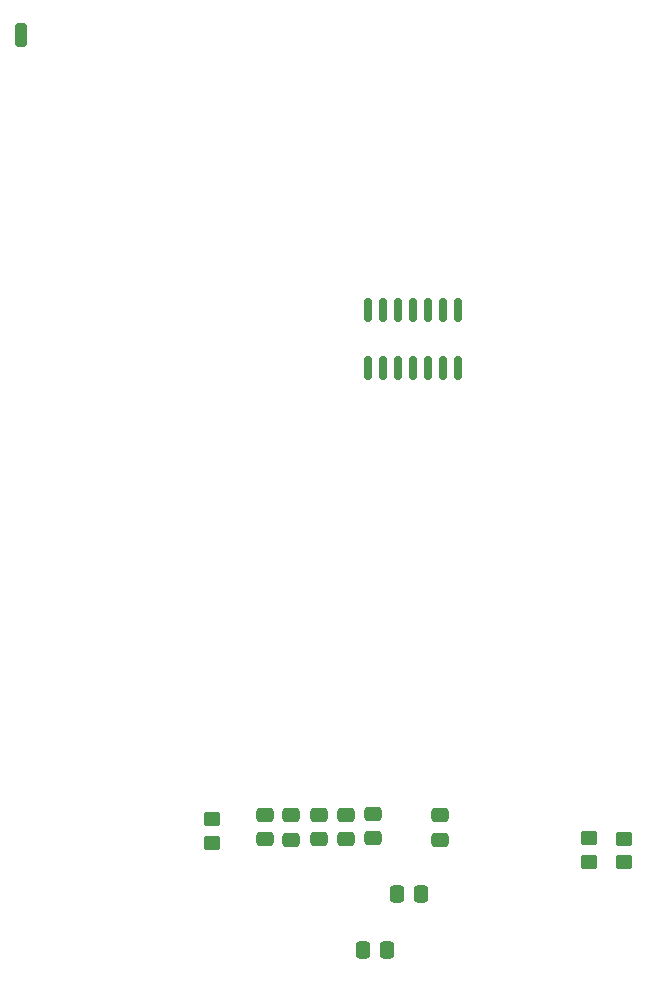
<source format=gbr>
%TF.GenerationSoftware,KiCad,Pcbnew,9.0.2*%
%TF.CreationDate,2025-06-27T21:47:48+01:00*%
%TF.ProjectId,Full_Circuit,46756c6c-5f43-4697-9263-7569742e6b69,rev?*%
%TF.SameCoordinates,Original*%
%TF.FileFunction,Paste,Bot*%
%TF.FilePolarity,Positive*%
%FSLAX46Y46*%
G04 Gerber Fmt 4.6, Leading zero omitted, Abs format (unit mm)*
G04 Created by KiCad (PCBNEW 9.0.2) date 2025-06-27 21:47:48*
%MOMM*%
%LPD*%
G01*
G04 APERTURE LIST*
G04 Aperture macros list*
%AMRoundRect*
0 Rectangle with rounded corners*
0 $1 Rounding radius*
0 $2 $3 $4 $5 $6 $7 $8 $9 X,Y pos of 4 corners*
0 Add a 4 corners polygon primitive as box body*
4,1,4,$2,$3,$4,$5,$6,$7,$8,$9,$2,$3,0*
0 Add four circle primitives for the rounded corners*
1,1,$1+$1,$2,$3*
1,1,$1+$1,$4,$5*
1,1,$1+$1,$6,$7*
1,1,$1+$1,$8,$9*
0 Add four rect primitives between the rounded corners*
20,1,$1+$1,$2,$3,$4,$5,0*
20,1,$1+$1,$4,$5,$6,$7,0*
20,1,$1+$1,$6,$7,$8,$9,0*
20,1,$1+$1,$8,$9,$2,$3,0*%
G04 Aperture macros list end*
%ADD10RoundRect,0.250000X-0.475000X0.337500X-0.475000X-0.337500X0.475000X-0.337500X0.475000X0.337500X0*%
%ADD11RoundRect,0.150000X0.150000X-0.825000X0.150000X0.825000X-0.150000X0.825000X-0.150000X-0.825000X0*%
%ADD12RoundRect,0.250000X0.337500X0.475000X-0.337500X0.475000X-0.337500X-0.475000X0.337500X-0.475000X0*%
%ADD13RoundRect,0.250000X0.450000X-0.350000X0.450000X0.350000X-0.450000X0.350000X-0.450000X-0.350000X0*%
%ADD14RoundRect,0.250000X0.250000X0.750000X-0.250000X0.750000X-0.250000X-0.750000X0.250000X-0.750000X0*%
G04 APERTURE END LIST*
D10*
%TO.C,C9*%
X149571850Y-120043650D03*
X149571850Y-122118650D03*
%TD*%
%TO.C,C15*%
X162170250Y-120043650D03*
X162170250Y-122118650D03*
%TD*%
D11*
%TO.C,U5*%
X163743750Y-82179550D03*
X162473750Y-82179550D03*
X161203750Y-82179550D03*
X159933750Y-82179550D03*
X158663750Y-82179550D03*
X157393750Y-82179550D03*
X156123750Y-82179550D03*
X156123750Y-77229550D03*
X157393750Y-77229550D03*
X158663750Y-77229550D03*
X159933750Y-77229550D03*
X161203750Y-77229550D03*
X162473750Y-77229550D03*
X163743750Y-77229550D03*
%TD*%
D12*
%TO.C,C14*%
X160616950Y-126719950D03*
X158541950Y-126719950D03*
%TD*%
D10*
%TO.C,C8*%
X147336650Y-119992850D03*
X147336650Y-122067850D03*
%TD*%
D12*
%TO.C,C13*%
X157721350Y-131444350D03*
X155646350Y-131444350D03*
%TD*%
D13*
%TO.C,R24*%
X177765850Y-124011550D03*
X177765850Y-122011550D03*
%TD*%
D14*
%TO.C,J5*%
X126746000Y-53975000D03*
%TD*%
D10*
%TO.C,C12*%
X156531450Y-119891250D03*
X156531450Y-121966250D03*
%TD*%
D13*
%TO.C,R22*%
X142866250Y-122385950D03*
X142866250Y-120385950D03*
%TD*%
%TO.C,R23*%
X174819450Y-123960750D03*
X174819450Y-121960750D03*
%TD*%
D10*
%TO.C,C11*%
X154194650Y-119992850D03*
X154194650Y-122067850D03*
%TD*%
%TO.C,C10*%
X151959450Y-119992850D03*
X151959450Y-122067850D03*
%TD*%
M02*

</source>
